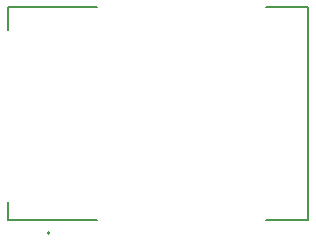
<source format=gto>
%TF.GenerationSoftware,KiCad,Pcbnew,7.0.9*%
%TF.CreationDate,2024-03-23T01:13:53+08:00*%
%TF.ProjectId,8643____,38363433-4bd5-4a5e-932e-6b696361645f,rev?*%
%TF.SameCoordinates,Original*%
%TF.FileFunction,Legend,Top*%
%TF.FilePolarity,Positive*%
%FSLAX46Y46*%
G04 Gerber Fmt 4.6, Leading zero omitted, Abs format (unit mm)*
G04 Created by KiCad (PCBNEW 7.0.9) date 2024-03-23 01:13:53*
%MOMM*%
%LPD*%
G01*
G04 APERTURE LIST*
%ADD10C,0.127000*%
%ADD11C,0.200000*%
G04 APERTURE END LIST*
D10*
%TO.C,J1*%
X153678000Y-87054000D02*
X153678000Y-85504000D01*
X161163000Y-87054000D02*
X153678000Y-87054000D01*
X179078000Y-87054000D02*
X175498000Y-87054000D01*
X153678000Y-68954000D02*
X153678000Y-70904000D01*
X153678000Y-68954000D02*
X161163000Y-68954000D01*
X175498000Y-68954000D02*
X179078000Y-68954000D01*
X179078000Y-68954000D02*
X179078000Y-87054000D01*
D11*
X157178000Y-88104000D02*
G75*
G03*
X157178000Y-88104000I-100000J0D01*
G01*
%TD*%
M02*

</source>
